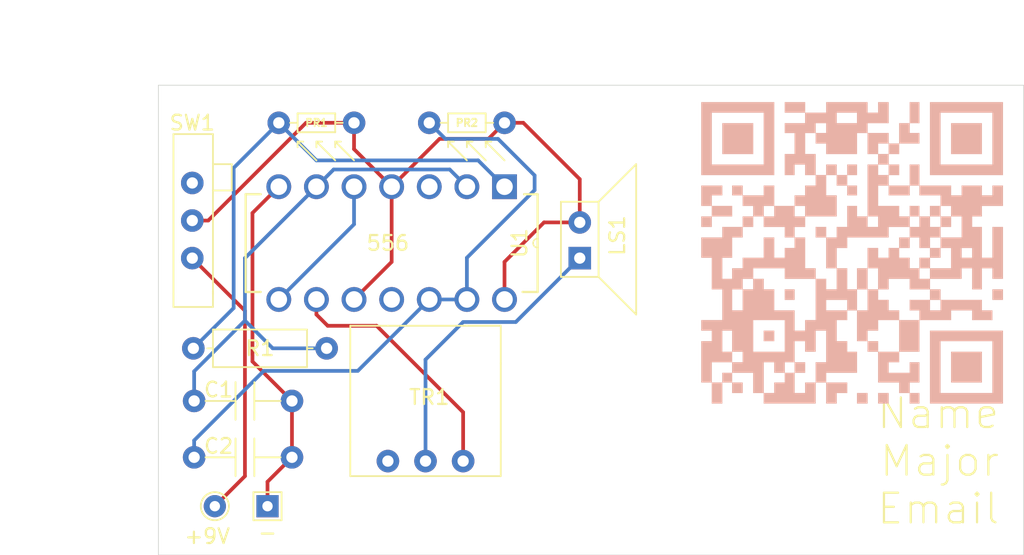
<source format=kicad_pcb>
(kicad_pcb (version 20171130) (host pcbnew "(5.1.10)-1")

  (general
    (thickness 1.6)
    (drawings 6)
    (tracks 62)
    (zones 0)
    (modules 12)
    (nets 12)
  )

  (page A4)
  (layers
    (0 F.Cu signal)
    (31 B.Cu signal)
    (32 B.Adhes user)
    (33 F.Adhes user)
    (34 B.Paste user)
    (35 F.Paste user)
    (36 B.SilkS user)
    (37 F.SilkS user)
    (38 B.Mask user)
    (39 F.Mask user)
    (40 Dwgs.User user)
    (41 Cmts.User user)
    (42 Eco1.User user)
    (43 Eco2.User user)
    (44 Edge.Cuts user)
    (45 Margin user)
    (46 B.CrtYd user)
    (47 F.CrtYd user)
    (48 B.Fab user)
    (49 F.Fab user)
  )

  (setup
    (last_trace_width 0.25)
    (trace_clearance 0.2)
    (zone_clearance 0.508)
    (zone_45_only no)
    (trace_min 0.2)
    (via_size 0.8)
    (via_drill 0.4)
    (via_min_size 0.4)
    (via_min_drill 0.3)
    (uvia_size 0.3)
    (uvia_drill 0.1)
    (uvias_allowed no)
    (uvia_min_size 0.2)
    (uvia_min_drill 0.1)
    (edge_width 0.05)
    (segment_width 0.2)
    (pcb_text_width 0.3)
    (pcb_text_size 1.5 1.5)
    (mod_edge_width 0.12)
    (mod_text_size 1 1)
    (mod_text_width 0.15)
    (pad_size 1.524 1.524)
    (pad_drill 0.762)
    (pad_to_mask_clearance 0)
    (aux_axis_origin 0 0)
    (visible_elements 7FFFFFFF)
    (pcbplotparams
      (layerselection 0x010fc_ffffffff)
      (usegerberextensions false)
      (usegerberattributes true)
      (usegerberadvancedattributes true)
      (creategerberjobfile true)
      (excludeedgelayer true)
      (linewidth 0.100000)
      (plotframeref false)
      (viasonmask false)
      (mode 1)
      (useauxorigin false)
      (hpglpennumber 1)
      (hpglpenspeed 20)
      (hpglpendiameter 15.000000)
      (psnegative false)
      (psa4output false)
      (plotreference true)
      (plotvalue true)
      (plotinvisibletext false)
      (padsonsilk false)
      (subtractmaskfromsilk false)
      (outputformat 1)
      (mirror false)
      (drillshape 1)
      (scaleselection 1)
      (outputdirectory ""))
  )

  (net 0 "")
  (net 1 "Net-(C1-Pad1)")
  (net 2 GND)
  (net 3 "Net-(C2-Pad1)")
  (net 4 +BATT)
  (net 5 "Net-(LS1-Pad2)")
  (net 6 "Net-(PR1-Pad2)")
  (net 7 "Net-(TR1-Pad1)")
  (net 8 "Net-(TR1-Pad3)")
  (net 9 "Net-(U1-Pad3)")
  (net 10 "Net-(U1-Pad5)")
  (net 11 "Net-(U1-Pad11)")

  (net_class Default "This is the default net class."
    (clearance 0.2)
    (trace_width 0.25)
    (via_dia 0.8)
    (via_drill 0.4)
    (uvia_dia 0.3)
    (uvia_drill 0.1)
    (add_net +BATT)
    (add_net GND)
    (add_net "Net-(C1-Pad1)")
    (add_net "Net-(C2-Pad1)")
    (add_net "Net-(LS1-Pad2)")
    (add_net "Net-(PR1-Pad2)")
    (add_net "Net-(TR1-Pad1)")
    (add_net "Net-(TR1-Pad3)")
    (add_net "Net-(U1-Pad11)")
    (add_net "Net-(U1-Pad3)")
    (add_net "Net-(U1-Pad5)")
  )

  (module QR_CODE:qrcode_github (layer F.Cu) (tedit 60D21128) (tstamp 60D27204)
    (at 166.37 101.6)
    (fp_text reference G*** (at 0.127 9.271 180) (layer B.SilkS) hide
      (effects (font (size 1.524 1.524) (thickness 0.3)) (justify mirror))
    )
    (fp_text value LOGO (at -0.623 9.271 180) (layer B.SilkS) hide
      (effects (font (size 1.524 1.524) (thickness 0.3)) (justify mirror))
    )
    (fp_poly (pts (xy -8.6614 -6.2738) (xy -6.5786 -6.2738) (xy -6.5786 -8.3566) (xy -8.6614 -8.3566)
      (xy -8.6614 -6.2738)) (layer B.SilkS) (width 0.01))
    (fp_poly (pts (xy 6.7818 -6.2738) (xy 8.8646 -6.2738) (xy 8.8646 -8.3566) (xy 6.7818 -8.3566)
      (xy 6.7818 -6.2738)) (layer B.SilkS) (width 0.01))
    (fp_poly (pts (xy -5.8674 6.3754) (xy -5.1562 6.3754) (xy -5.1562 5.6642) (xy -5.8674 5.6642)
      (xy -5.8674 6.3754)) (layer B.SilkS) (width 0.01))
    (fp_poly (pts (xy -1.651 -4.8514) (xy -0.9398 -4.8514) (xy -0.9398 -5.5626) (xy -1.651 -5.5626)
      (xy -1.651 -4.8514)) (layer B.SilkS) (width 0.01))
    (fp_poly (pts (xy -0.2286 -4.8514) (xy 0.4318 -4.8514) (xy 0.4318 -5.5626) (xy -0.2286 -5.5626)
      (xy -0.2286 -4.8514)) (layer B.SilkS) (width 0.01))
    (fp_poly (pts (xy -0.9398 -4.1402) (xy -0.2286 -4.1402) (xy -0.2286 -4.8514) (xy -0.9398 -4.8514)
      (xy -0.9398 -4.1402)) (layer B.SilkS) (width 0.01))
    (fp_poly (pts (xy -0.2286 -3.4798) (xy 0.4318 -3.4798) (xy 0.4318 -4.1402) (xy -0.2286 -4.1402)
      (xy -0.2286 -3.4798)) (layer B.SilkS) (width 0.01))
    (fp_poly (pts (xy -2.3622 -0.635) (xy -1.651 -0.635) (xy -1.651 -1.3462) (xy -2.3622 -1.3462)
      (xy -2.3622 -0.635)) (layer B.SilkS) (width 0.01))
    (fp_poly (pts (xy 4.6482 -2.0574) (xy 4.6482 -1.3462) (xy 3.9878 -1.3462) (xy 3.9878 -0.635)
      (xy 4.6482 -0.635) (xy 4.6482 0.0762) (xy 5.3594 0.0762) (xy 5.3594 -0.635)
      (xy 6.0706 -0.635) (xy 6.0706 -1.3462) (xy 6.7818 -1.3462) (xy 6.7818 -2.0574)
      (xy 6.0706 -2.0574) (xy 6.0706 -1.3462) (xy 5.3594 -1.3462) (xy 5.3594 -2.0574)
      (xy 6.0706 -2.0574) (xy 6.0706 -2.7686) (xy 5.3594 -2.7686) (xy 5.3594 -2.0574)
      (xy 4.6482 -2.0574)) (layer B.SilkS) (width 0.01))
    (fp_poly (pts (xy 3.9878 -2.0574) (xy 4.6482 -2.0574) (xy 4.6482 -2.7686) (xy 3.9878 -2.7686)
      (xy 3.9878 -2.0574)) (layer B.SilkS) (width 0.01))
    (fp_poly (pts (xy 3.2766 0.0762) (xy 3.9878 0.0762) (xy 3.9878 -0.635) (xy 3.2766 -0.635)
      (xy 3.2766 0.0762)) (layer B.SilkS) (width 0.01))
    (fp_poly (pts (xy 5.3594 0.7366) (xy 6.0706 0.7366) (xy 6.0706 0.0762) (xy 5.3594 0.0762)
      (xy 5.3594 0.7366)) (layer B.SilkS) (width 0.01))
    (fp_poly (pts (xy 4.6482 1.4478) (xy 5.3594 1.4478) (xy 5.3594 0.7366) (xy 4.6482 0.7366)
      (xy 4.6482 1.4478)) (layer B.SilkS) (width 0.01))
    (fp_poly (pts (xy 0.4318 2.8702) (xy 1.143 2.8702) (xy 1.143 1.4478) (xy 0.4318 1.4478)
      (xy 0.4318 2.8702)) (layer B.SilkS) (width 0.01))
    (fp_poly (pts (xy -4.445 3.5814) (xy -3.7846 3.5814) (xy -3.7846 2.8702) (xy -4.445 2.8702)
      (xy -4.445 3.5814)) (layer B.SilkS) (width 0.01))
    (fp_poly (pts (xy -3.7846 8.509) (xy -3.0734 8.509) (xy -3.0734 7.7978) (xy -3.7846 7.7978)
      (xy -3.7846 8.509)) (layer B.SilkS) (width 0.01))
    (fp_poly (pts (xy 6.7818 9.1694) (xy 8.8646 9.1694) (xy 8.8646 7.0866) (xy 6.7818 7.0866)
      (xy 6.7818 9.1694)) (layer B.SilkS) (width 0.01))
    (fp_poly (pts (xy -10.0838 -4.8514) (xy -5.1562 -4.8514) (xy -5.1562 -9.0678) (xy -5.8674 -9.0678)
      (xy -5.8674 -5.5626) (xy -9.3726 -5.5626) (xy -9.3726 -9.0678) (xy -5.8674 -9.0678)
      (xy -5.1562 -9.0678) (xy -5.1562 -9.779) (xy -10.0838 -9.779) (xy -10.0838 -4.8514)) (layer B.SilkS) (width 0.01))
    (fp_poly (pts (xy 5.3594 -4.8514) (xy 10.287 -4.8514) (xy 10.287 -9.0678) (xy 9.5758 -9.0678)
      (xy 9.5758 -5.5626) (xy 6.0706 -5.5626) (xy 6.0706 -9.0678) (xy 9.5758 -9.0678)
      (xy 10.287 -9.0678) (xy 10.287 -9.779) (xy 5.3594 -9.779) (xy 5.3594 -4.8514)) (layer B.SilkS) (width 0.01))
    (fp_poly (pts (xy -10.0838 -2.7686) (xy -9.3726 -2.7686) (xy -9.3726 -3.4798) (xy -8.6614 -3.4798)
      (xy -8.6614 -4.1402) (xy -10.0838 -4.1402) (xy -10.0838 -2.7686)) (layer B.SilkS) (width 0.01))
    (fp_poly (pts (xy -9.3726 -2.0574) (xy -8.001 -2.0574) (xy -8.001 -2.7686) (xy -9.3726 -2.7686)
      (xy -9.3726 -2.0574)) (layer B.SilkS) (width 0.01))
    (fp_poly (pts (xy -10.0838 -1.3462) (xy -9.3726 -1.3462) (xy -9.3726 -2.0574) (xy -10.0838 -2.0574)
      (xy -10.0838 -1.3462)) (layer B.SilkS) (width 0.01))
    (fp_poly (pts (xy 9.5758 3.5814) (xy 10.287 3.5814) (xy 10.287 2.8702) (xy 9.5758 2.8702)
      (xy 9.5758 3.5814)) (layer B.SilkS) (width 0.01))
    (fp_poly (pts (xy 0.4318 10.5918) (xy 1.143 10.5918) (xy 1.143 9.8806) (xy 0.4318 9.8806)
      (xy 0.4318 10.5918)) (layer B.SilkS) (width 0.01))
    (fp_poly (pts (xy 1.8542 10.5918) (xy 2.5654 10.5918) (xy 2.5654 9.8806) (xy 1.8542 9.8806)
      (xy 1.8542 10.5918)) (layer B.SilkS) (width 0.01))
    (fp_poly (pts (xy -8.001 8.509) (xy -6.5786 8.509) (xy -6.5786 9.8806) (xy -5.8674 9.8806)
      (xy -5.8674 10.5918) (xy -2.3622 10.5918) (xy -2.3622 9.1694) (xy -1.651 9.1694)
      (xy -1.651 8.509) (xy 0.4318 8.509) (xy 0.4318 7.0866) (xy -0.2286 7.0866)
      (xy -0.2286 6.3754) (xy -0.9398 6.3754) (xy -0.9398 5.6642) (xy -1.651 5.6642)
      (xy -1.651 7.7978) (xy -2.3622 7.7978) (xy -2.3622 9.1694) (xy -3.0734 9.1694)
      (xy -3.0734 9.8806) (xy -3.7846 9.8806) (xy -3.7846 8.509) (xy -4.445 8.509)
      (xy -4.445 9.1694) (xy -5.1562 9.1694) (xy -5.1562 9.8806) (xy -5.8674 9.8806)
      (xy -5.8674 7.7978) (xy -5.1562 7.7978) (xy -5.1562 8.509) (xy -4.445 8.509)
      (xy -4.445 7.7978) (xy -3.7846 7.7978) (xy -3.7846 6.3754) (xy -3.0734 6.3754)
      (xy -3.0734 7.0866) (xy -2.3622 7.0866) (xy -2.3622 5.6642) (xy -1.651 5.6642)
      (xy -0.9398 5.6642) (xy -0.9398 4.953) (xy -0.2286 4.953) (xy -0.2286 4.2926)
      (xy 0.4318 4.2926) (xy 0.4318 6.3754) (xy 1.143 6.3754) (xy 1.143 7.0866)
      (xy 1.8542 7.0866) (xy 1.8542 9.1694) (xy 3.2766 9.1694) (xy 3.2766 9.8806)
      (xy 3.9878 9.8806) (xy 3.9878 9.1694) (xy 4.6482 9.1694) (xy 4.6482 7.7978)
      (xy 3.9878 7.7978) (xy 3.9878 8.509) (xy 2.5654 8.509) (xy 2.5654 7.7978)
      (xy 3.2766 7.7978) (xy 3.2766 7.0866) (xy 4.6482 7.0866) (xy 4.6482 4.953)
      (xy 6.7818 4.953) (xy 6.7818 4.2926) (xy 8.2042 4.2926) (xy 8.2042 4.953)
      (xy 9.5758 4.953) (xy 9.5758 4.2926) (xy 8.8646 4.2926) (xy 8.8646 3.5814)
      (xy 6.0706 3.5814) (xy 6.0706 4.2926) (xy 5.3594 4.2926) (xy 5.3594 3.5814)
      (xy 6.0706 3.5814) (xy 6.0706 2.8702) (xy 5.3594 2.8702) (xy 5.3594 3.5814)
      (xy 3.9878 3.5814) (xy 3.9878 4.2926) (xy 4.6482 4.2926) (xy 4.6482 4.953)
      (xy 3.2766 4.953) (xy 3.2766 7.0866) (xy 1.8542 7.0866) (xy 1.8542 6.3754)
      (xy 1.143 6.3754) (xy 1.143 5.6642) (xy 1.8542 5.6642) (xy 1.8542 4.953)
      (xy 3.2766 4.953) (xy 3.2766 4.2926) (xy 2.5654 4.2926) (xy 2.5654 3.5814)
      (xy 1.8542 3.5814) (xy 1.8542 2.8702) (xy 2.5654 2.8702) (xy 2.5654 2.159)
      (xy 3.9878 2.159) (xy 3.9878 2.8702) (xy 5.3594 2.8702) (xy 5.3594 2.159)
      (xy 7.493 2.159) (xy 7.493 1.4478) (xy 8.2042 1.4478) (xy 8.2042 2.8702)
      (xy 8.8646 2.8702) (xy 8.8646 1.4478) (xy 9.5758 1.4478) (xy 9.5758 2.159)
      (xy 10.287 2.159) (xy 10.287 -1.3462) (xy 9.5758 -1.3462) (xy 9.5758 0.7366)
      (xy 8.8646 0.7366) (xy 8.8646 0.0762) (xy 8.2042 0.0762) (xy 8.2042 0.7366)
      (xy 7.493 0.7366) (xy 7.493 0.0762) (xy 8.2042 0.0762) (xy 8.8646 0.0762)
      (xy 8.8646 -1.3462) (xy 8.2042 -1.3462) (xy 8.2042 -2.0574) (xy 7.493 -2.0574)
      (xy 7.493 -0.635) (xy 6.0706 -0.635) (xy 6.0706 0.0762) (xy 6.7818 0.0762)
      (xy 6.7818 1.4478) (xy 5.3594 1.4478) (xy 5.3594 2.159) (xy 4.6482 2.159)
      (xy 4.6482 1.4478) (xy 3.9878 1.4478) (xy 3.9878 0.7366) (xy 3.2766 0.7366)
      (xy 3.2766 0.0762) (xy 2.5654 0.0762) (xy 2.5654 0.7366) (xy 1.8542 0.7366)
      (xy 1.8542 0.0762) (xy 1.143 0.0762) (xy 1.143 1.4478) (xy 1.8542 1.4478)
      (xy 1.8542 2.8702) (xy 1.143 2.8702) (xy 1.143 4.2926) (xy 0.4318 4.2926)
      (xy 0.4318 3.5814) (xy -0.2286 3.5814) (xy -0.2286 4.2926) (xy -1.651 4.2926)
      (xy -1.651 3.5814) (xy -0.2286 3.5814) (xy 0.4318 3.5814) (xy 0.4318 2.8702)
      (xy -0.2286 2.8702) (xy -0.2286 1.4478) (xy -0.9398 1.4478) (xy -0.9398 0.0762)
      (xy -0.2286 0.0762) (xy -0.2286 -0.635) (xy 2.5654 -0.635) (xy 2.5654 -1.3462)
      (xy 3.9878 -1.3462) (xy 3.9878 -2.0574) (xy 3.2766 -2.0574) (xy 1.8542 -2.0574)
      (xy 1.8542 -1.3462) (xy 1.143 -1.3462) (xy 1.143 -2.0574) (xy 1.8542 -2.0574)
      (xy 3.2766 -2.0574) (xy 3.2766 -2.7686) (xy 1.8542 -2.7686) (xy 1.8542 -4.1402)
      (xy 2.5654 -4.1402) (xy 2.5654 -3.4798) (xy 3.9878 -3.4798) (xy 3.9878 -4.1402)
      (xy 4.6482 -4.1402) (xy 4.6482 -3.4798) (xy 6.0706 -3.4798) (xy 6.0706 -2.7686)
      (xy 6.7818 -2.7686) (xy 6.7818 -2.0574) (xy 7.493 -2.0574) (xy 8.2042 -2.0574)
      (xy 8.8646 -2.0574) (xy 8.8646 -2.7686) (xy 10.287 -2.7686) (xy 10.287 -4.1402)
      (xy 9.5758 -4.1402) (xy 9.5758 -3.4798) (xy 8.8646 -3.4798) (xy 8.8646 -4.1402)
      (xy 7.493 -4.1402) (xy 7.493 -3.4798) (xy 6.7818 -3.4798) (xy 6.7818 -4.1402)
      (xy 4.6482 -4.1402) (xy 4.6482 -5.5626) (xy 3.9878 -5.5626) (xy 3.9878 -4.1402)
      (xy 2.5654 -4.1402) (xy 2.5654 -4.8514) (xy 3.2766 -4.8514) (xy 3.2766 -5.5626)
      (xy 2.5654 -5.5626) (xy 2.5654 -4.8514) (xy 1.8542 -4.8514) (xy 1.8542 -5.5626)
      (xy 2.5654 -5.5626) (xy 2.5654 -6.2738) (xy 3.2766 -6.2738) (xy 3.2766 -6.985)
      (xy 2.5654 -6.985) (xy 2.5654 -6.2738) (xy 1.8542 -6.2738) (xy 1.8542 -5.5626)
      (xy 1.143 -5.5626) (xy 1.143 -2.0574) (xy 0.4318 -2.0574) (xy 0.4318 -2.7686)
      (xy -0.2286 -2.7686) (xy -0.2286 -1.3462) (xy -0.9398 -1.3462) (xy -0.9398 -0.635)
      (xy -1.651 -0.635) (xy -1.651 1.4478) (xy -0.9398 1.4478) (xy -0.9398 2.8702)
      (xy -1.651 2.8702) (xy -1.651 2.159) (xy -2.3622 2.159) (xy -2.3622 4.953)
      (xy -3.0734 4.953) (xy -3.0734 5.6642) (xy -3.7846 5.6642) (xy -3.7846 4.953)
      (xy -4.445 4.953) (xy -4.445 7.0866) (xy -6.5786 7.0866) (xy -7.2898 7.0866)
      (xy -7.2898 7.7978) (xy -8.001 7.7978) (xy -8.001 8.509) (xy -8.6614 8.509)
      (xy -8.6614 9.1694) (xy -9.3726 9.1694) (xy -9.3726 7.7978) (xy -8.001 7.7978)
      (xy -8.001 7.0866) (xy -7.2898 7.0866) (xy -6.5786 7.0866) (xy -6.5786 5.6642)
      (xy -8.001 5.6642) (xy -8.001 7.0866) (xy -8.6614 7.0866) (xy -8.6614 5.6642)
      (xy -8.001 5.6642) (xy -6.5786 5.6642) (xy -6.5786 4.953) (xy -4.445 4.953)
      (xy -3.7846 4.953) (xy -3.7846 4.2926) (xy -5.1562 4.2926) (xy -5.1562 2.8702)
      (xy -5.8674 2.8702) (xy -5.8674 2.159) (xy -6.5786 2.159) (xy -6.5786 2.8702)
      (xy -7.2898 2.8702) (xy -7.2898 4.2926) (xy -8.001 4.2926) (xy -8.001 2.8702)
      (xy -7.2898 2.8702) (xy -7.2898 2.159) (xy -6.5786 2.159) (xy -6.5786 1.4478)
      (xy -4.445 1.4478) (xy -4.445 2.159) (xy -2.3622 2.159) (xy -2.3622 1.4478)
      (xy -3.0734 1.4478) (xy -3.0734 -0.635) (xy -3.7846 -0.635) (xy -3.7846 0.0762)
      (xy -4.445 0.0762) (xy -4.445 0.7366) (xy -5.1562 0.7366) (xy -5.1562 -0.635)
      (xy -5.8674 -0.635) (xy -5.8674 0.7366) (xy -7.2898 0.7366) (xy -7.2898 1.4478)
      (xy -8.001 1.4478) (xy -8.001 2.159) (xy -8.6614 2.159) (xy -8.6614 0.7366)
      (xy -8.001 0.7366) (xy -8.001 -0.635) (xy -7.2898 -0.635) (xy -7.2898 -1.3462)
      (xy -6.5786 -1.3462) (xy -6.5786 -2.0574) (xy -5.8674 -2.0574) (xy -5.8674 -1.3462)
      (xy -4.445 -1.3462) (xy -4.445 -0.635) (xy -3.7846 -0.635) (xy -3.7846 -1.3462)
      (xy -3.0734 -1.3462) (xy -3.0734 -2.0574) (xy -0.9398 -2.0574) (xy -0.9398 -2.7686)
      (xy -3.0734 -2.7686) (xy -3.0734 -2.0574) (xy -3.7846 -2.0574) (xy -3.7846 -2.7686)
      (xy -3.0734 -2.7686) (xy -0.9398 -2.7686) (xy -0.9398 -3.4798) (xy -1.651 -3.4798)
      (xy -1.651 -4.8514) (xy -2.3622 -4.8514) (xy -2.3622 -6.2738) (xy -3.0734 -6.2738)
      (xy -3.0734 -7.6962) (xy -2.3622 -7.6962) (xy -2.3622 -6.985) (xy -1.651 -6.985)
      (xy -1.651 -6.2738) (xy 0.4318 -6.2738) (xy 0.4318 -7.6962) (xy 1.143 -7.6962)
      (xy 1.143 -6.2738) (xy 1.8542 -6.2738) (xy 1.8542 -6.985) (xy 2.5654 -6.985)
      (xy 2.5654 -7.6962) (xy 1.143 -7.6962) (xy 1.143 -8.3566) (xy 2.5654 -8.3566)
      (xy 2.5654 -9.779) (xy 1.8542 -9.779) (xy 1.8542 -9.0678) (xy 1.143 -9.0678)
      (xy 0.4318 -9.0678) (xy 0.4318 -8.3566) (xy -0.9398 -8.3566) (xy -1.651 -8.3566)
      (xy -1.651 -7.6962) (xy -2.3622 -7.6962) (xy -2.3622 -8.3566) (xy -1.651 -8.3566)
      (xy -0.9398 -8.3566) (xy -0.9398 -9.0678) (xy 0.4318 -9.0678) (xy 1.143 -9.0678)
      (xy 1.143 -9.779) (xy -1.651 -9.779) (xy -1.651 -9.0678) (xy -3.0734 -9.0678)
      (xy -3.0734 -8.3566) (xy -4.445 -8.3566) (xy -4.445 -7.6962) (xy -3.7846 -7.6962)
      (xy -3.7846 -6.2738) (xy -4.445 -6.2738) (xy -4.445 -4.8514) (xy -3.7846 -4.8514)
      (xy -3.7846 -5.5626) (xy -3.0734 -5.5626) (xy -3.0734 -4.8514) (xy -2.3622 -4.8514)
      (xy -2.3622 -4.1402) (xy -3.0734 -4.1402) (xy -3.0734 -3.4798) (xy -3.7846 -3.4798)
      (xy -3.7846 -2.7686) (xy -5.1562 -2.7686) (xy -5.1562 -2.0574) (xy -5.8674 -2.0574)
      (xy -5.8674 -2.7686) (xy -5.1562 -2.7686) (xy -5.1562 -4.1402) (xy -5.8674 -4.1402)
      (xy -5.8674 -3.4798) (xy -7.2898 -3.4798) (xy -7.2898 -2.7686) (xy -6.5786 -2.7686)
      (xy -6.5786 -2.0574) (xy -7.2898 -2.0574) (xy -7.2898 -1.3462) (xy -8.6614 -1.3462)
      (xy -8.6614 -0.635) (xy -10.0838 -0.635) (xy -10.0838 0.7366) (xy -9.3726 0.7366)
      (xy -9.3726 2.8702) (xy -8.6614 2.8702) (xy -8.6614 4.953) (xy -10.0838 4.953)
      (xy -10.0838 5.6642) (xy -9.3726 5.6642) (xy -9.3726 6.3754) (xy -10.0838 6.3754)
      (xy -10.0838 9.1694) (xy -9.3726 9.1694) (xy -9.3726 10.5918) (xy -8.6614 10.5918)
      (xy -8.6614 9.1694) (xy -8.001 9.1694) (xy -8.001 8.509)) (layer B.SilkS) (width 0.01))
    (fp_poly (pts (xy -8.001 9.8806) (xy -7.2898 9.8806) (xy -7.2898 9.1694) (xy -8.001 9.1694)
      (xy -8.001 9.8806)) (layer B.SilkS) (width 0.01))
    (fp_poly (pts (xy -1.651 10.5918) (xy -0.9398 10.5918) (xy -0.9398 9.8806) (xy -0.2286 9.8806)
      (xy -0.2286 9.1694) (xy -1.651 9.1694) (xy -1.651 10.5918)) (layer B.SilkS) (width 0.01))
    (fp_poly (pts (xy -4.445 -9.0678) (xy -3.0734 -9.0678) (xy -3.0734 -9.779) (xy -4.445 -9.779)
      (xy -4.445 -9.0678)) (layer B.SilkS) (width 0.01))
    (fp_poly (pts (xy 3.9878 -8.3566) (xy 4.6482 -8.3566) (xy 4.6482 -9.779) (xy 3.9878 -9.779)
      (xy 3.9878 -8.3566)) (layer B.SilkS) (width 0.01))
    (fp_poly (pts (xy 3.2766 -6.985) (xy 4.6482 -6.985) (xy 4.6482 -7.6962) (xy 3.9878 -7.6962)
      (xy 3.9878 -8.3566) (xy 3.2766 -8.3566) (xy 3.2766 -6.985)) (layer B.SilkS) (width 0.01))
    (fp_poly (pts (xy -8.001 -3.4798) (xy -7.2898 -3.4798) (xy -7.2898 -4.1402) (xy -8.001 -4.1402)
      (xy -8.001 -3.4798)) (layer B.SilkS) (width 0.01))
    (fp_poly (pts (xy 3.9878 10.5918) (xy 4.6482 10.5918) (xy 4.6482 9.8806) (xy 3.9878 9.8806)
      (xy 3.9878 10.5918)) (layer B.SilkS) (width 0.01))
    (fp_poly (pts (xy 5.3594 10.5918) (xy 10.287 10.5918) (xy 10.287 6.3754) (xy 9.5758 6.3754)
      (xy 9.5758 9.8806) (xy 6.0706 9.8806) (xy 6.0706 6.3754) (xy 9.5758 6.3754)
      (xy 10.287 6.3754) (xy 10.287 5.6642) (xy 5.3594 5.6642) (xy 5.3594 10.5918)) (layer B.SilkS) (width 0.01))
  )

  (module slide_switch_general:slide_switch_general (layer F.Cu) (tedit 60D1279E) (tstamp 60D27393)
    (at 121.92 99.822 270)
    (fp_text reference SW1 (at -6.604 0 unlocked) (layer F.SilkS)
      (effects (font (size 1 1) (thickness 0.15)))
    )
    (fp_text value slide_switch_general (at -7.112 2.413 90) (layer F.Fab)
      (effects (font (size 1 1) (thickness 0.15)))
    )
    (fp_line (start -5.842 -1.397) (end -5.842 1.27) (layer F.SilkS) (width 0.12))
    (fp_line (start -5.842 1.27) (end 4.953 1.27) (layer F.SilkS) (width 0.12))
    (fp_line (start 4.826 -1.397) (end 4.953 -1.397) (layer F.SilkS) (width 0.12))
    (fp_line (start 4.826 -1.397) (end -5.842 -1.397) (layer F.SilkS) (width 0.12))
    (fp_line (start 5.842 -1.397) (end 5.842 1.27) (layer F.SilkS) (width 0.12))
    (fp_line (start 4.953 -1.397) (end 5.842 -1.397) (layer F.SilkS) (width 0.12))
    (fp_line (start 4.953 1.27) (end 5.842 1.27) (layer F.SilkS) (width 0.12))
    (fp_line (start -3.81 -1.397) (end -3.81 -2.667) (layer F.SilkS) (width 0.12))
    (fp_line (start -3.81 -2.667) (end -2.032 -2.667) (layer F.SilkS) (width 0.12))
    (fp_line (start -2.032 -2.667) (end -2.032 -1.397) (layer F.SilkS) (width 0.12))
    (pad 3 thru_hole circle (at 2.54 0 270) (size 1.524 1.524) (drill 0.762) (layers *.Cu *.Mask)
      (net 4 +BATT))
    (pad 2 thru_hole circle (at 0 0 270) (size 1.524 1.524) (drill 0.762) (layers *.Cu *.Mask)
      (net 4 +BATT))
    (pad 1 thru_hole circle (at -2.54 0 270) (size 1.524 1.524) (drill 0.762) (layers *.Cu *.Mask))
  )

  (module TestPoint:TestPoint_THTPad_D1.5mm_Drill0.7mm (layer F.Cu) (tedit 60D0FC12) (tstamp 60D142DB)
    (at 123.444 119.126)
    (descr "THT pad as test Point, diameter 1.5mm, hole diameter 0.7mm")
    (tags "test point THT pad")
    (attr virtual)
    (fp_text reference +9V (at -0.508 2.032 unlocked) (layer F.SilkS)
      (effects (font (size 1 1) (thickness 0.15)))
    )
    (fp_text value TestPoint_THTPad_D1.5mm_Drill0.7mm (at 0 1.75) (layer F.Fab)
      (effects (font (size 1 1) (thickness 0.15)))
    )
    (fp_circle (center 0 0) (end 1.25 0) (layer F.CrtYd) (width 0.05))
    (fp_circle (center 0 0) (end 0 0.95) (layer F.SilkS) (width 0.12))
    (fp_text user %R (at 0 -1.65) (layer F.Fab)
      (effects (font (size 1 1) (thickness 0.15)))
    )
    (pad 1 thru_hole circle (at 0 0) (size 1.5 1.5) (drill 0.7) (layers *.Cu *.Mask)
      (net 4 +BATT))
  )

  (module TestPoint:TestPoint_THTPad_1.5x1.5mm_Drill0.7mm (layer F.Cu) (tedit 60D0FC1A) (tstamp 60D14201)
    (at 127 119.126)
    (descr "THT rectangular pad as test Point, square 1.5mm side length, hole diameter 0.7mm")
    (tags "test point THT pad rectangle square")
    (attr virtual)
    (fp_text reference - (at 0 1.778 unlocked) (layer F.SilkS)
      (effects (font (size 1 1) (thickness 0.15)))
    )
    (fp_text value TestPoint_THTPad_1.5x1.5mm_Drill0.7mm (at 0 1.75) (layer F.Fab)
      (effects (font (size 1 1) (thickness 0.15)))
    )
    (fp_line (start -0.95 -0.95) (end 0.95 -0.95) (layer F.SilkS) (width 0.12))
    (fp_line (start 0.95 -0.95) (end 0.95 0.95) (layer F.SilkS) (width 0.12))
    (fp_line (start 0.95 0.95) (end -0.95 0.95) (layer F.SilkS) (width 0.12))
    (fp_line (start -0.95 0.95) (end -0.95 -0.95) (layer F.SilkS) (width 0.12))
    (fp_line (start -1.25 -1.25) (end 1.25 -1.25) (layer F.CrtYd) (width 0.05))
    (fp_line (start -1.25 -1.25) (end -1.25 1.25) (layer F.CrtYd) (width 0.05))
    (fp_line (start 1.25 1.25) (end 1.25 -1.25) (layer F.CrtYd) (width 0.05))
    (fp_line (start 1.25 1.25) (end -1.25 1.25) (layer F.CrtYd) (width 0.05))
    (fp_text user %R (at 0 -1.65) (layer F.Fab)
      (effects (font (size 1 1) (thickness 0.15)))
    )
    (pad 1 thru_hole rect (at 0 0) (size 1.5 1.5) (drill 0.7) (layers *.Cu *.Mask)
      (net 2 GND))
  )

  (module capacitor_general:c_gen (layer F.Cu) (tedit 60CCF810) (tstamp 60CDBA2F)
    (at 125.476 112.014)
    (path /60CD03D0)
    (fp_text reference C1 (at -1.778 -0.762) (layer F.SilkS)
      (effects (font (size 1 1) (thickness 0.15)))
    )
    (fp_text value c_gen (at -2.286 3.048) (layer F.Fab)
      (effects (font (size 1 1) (thickness 0.15)))
    )
    (fp_line (start 2.413 0) (end 0.635 0) (layer F.SilkS) (width 0.12))
    (fp_line (start -0.635 -1.27) (end -0.635 1.27) (layer F.SilkS) (width 0.12))
    (fp_line (start 0.635 -1.27) (end 0.635 1.27) (layer F.SilkS) (width 0.12))
    (fp_line (start -2.667 0) (end -0.635 0) (layer F.SilkS) (width 0.12))
    (pad 1 thru_hole circle (at -3.429 0) (size 1.524 1.524) (drill 0.762) (layers *.Cu *.Mask)
      (net 1 "Net-(C1-Pad1)"))
    (pad 2 thru_hole circle (at 3.175 0) (size 1.524 1.524) (drill 0.762) (layers *.Cu *.Mask)
      (net 2 GND))
  )

  (module capacitor_general:c_gen (layer F.Cu) (tedit 60CCF810) (tstamp 60CDBA39)
    (at 125.476 115.824)
    (path /60CD0E4A)
    (fp_text reference C2 (at -1.778 -0.762) (layer F.SilkS)
      (effects (font (size 1 1) (thickness 0.15)))
    )
    (fp_text value c_gen (at -2.286 3.048) (layer F.Fab)
      (effects (font (size 1 1) (thickness 0.15)))
    )
    (fp_line (start -2.667 0) (end -0.635 0) (layer F.SilkS) (width 0.12))
    (fp_line (start 0.635 -1.27) (end 0.635 1.27) (layer F.SilkS) (width 0.12))
    (fp_line (start -0.635 -1.27) (end -0.635 1.27) (layer F.SilkS) (width 0.12))
    (fp_line (start 2.413 0) (end 0.635 0) (layer F.SilkS) (width 0.12))
    (pad 2 thru_hole circle (at 3.175 0) (size 1.524 1.524) (drill 0.762) (layers *.Cu *.Mask)
      (net 2 GND))
    (pad 1 thru_hole circle (at -3.429 0) (size 1.524 1.524) (drill 0.762) (layers *.Cu *.Mask)
      (net 3 "Net-(C2-Pad1)"))
  )

  (module speaker_general:speaker_gen (layer F.Cu) (tedit 60CD0AB2) (tstamp 60CDBA46)
    (at 148.082 101.092 270)
    (path /60CE26E1)
    (fp_text reference LS1 (at -0.254 -2.54 90) (layer F.SilkS)
      (effects (font (size 1 1) (thickness 0.15)))
    )
    (fp_text value Speaker (at -4.572 1.659 90) (layer F.Fab)
      (effects (font (size 1 1) (thickness 0.15)))
    )
    (fp_line (start -2.54 1.27) (end 2.54 1.27) (layer F.SilkS) (width 0.12))
    (fp_line (start 2.54 1.27) (end 2.54 -1.27) (layer F.SilkS) (width 0.12))
    (fp_line (start 2.54 -1.27) (end -2.54 -1.27) (layer F.SilkS) (width 0.12))
    (fp_line (start -2.54 -1.27) (end -2.54 1.27) (layer F.SilkS) (width 0.12))
    (fp_line (start -2.54 -1.27) (end -5.08 -3.81) (layer F.SilkS) (width 0.12))
    (fp_line (start -5.08 -3.81) (end 5.08 -3.81) (layer F.SilkS) (width 0.12))
    (fp_line (start 5.08 -3.81) (end 2.54 -1.27) (layer F.SilkS) (width 0.12))
    (pad 1 thru_hole circle (at -1.143 0 270) (size 1.524 1.524) (drill 0.762) (layers *.Cu *.Mask)
      (net 4 +BATT))
    (pad 2 thru_hole rect (at 1.27 0 270) (size 1.524 1.524) (drill 0.762) (layers *.Cu *.Mask)
      (net 5 "Net-(LS1-Pad2)"))
  )

  (module resistor_general:photores_gen (layer F.Cu) (tedit 60CD19F1) (tstamp 60CDBA5D)
    (at 130.302 93.218 180)
    (path /60CE5E3E)
    (fp_text reference PR1 (at 0 0) (layer F.SilkS)
      (effects (font (size 0.5 0.5) (thickness 0.125)))
    )
    (fp_text value photores_gen (at -3.937 1.524) (layer F.Fab)
      (effects (font (size 1 1) (thickness 0.15)))
    )
    (fp_line (start -1.778 0) (end -1.27 0) (layer F.SilkS) (width 0.12))
    (fp_line (start 1.778 0) (end 1.27 0) (layer F.SilkS) (width 0.12))
    (fp_line (start -1.27 0) (end -1.27 -0.635) (layer F.SilkS) (width 0.12))
    (fp_line (start -1.27 -0.635) (end 1.27 -0.635) (layer F.SilkS) (width 0.12))
    (fp_line (start 1.27 -0.635) (end 1.27 0) (layer F.SilkS) (width 0.12))
    (fp_line (start -1.27 0) (end -1.27 0.635) (layer F.SilkS) (width 0.12))
    (fp_line (start -1.27 0.635) (end 1.27 0.635) (layer F.SilkS) (width 0.12))
    (fp_line (start 1.27 0.635) (end 1.27 0) (layer F.SilkS) (width 0.12))
    (fp_line (start -2.54 -2.54) (end -1.27 -1.27) (layer F.SilkS) (width 0.12))
    (fp_line (start -1.27 -1.27) (end -1.651 -1.27) (layer F.SilkS) (width 0.12))
    (fp_line (start -1.27 -1.27) (end -1.27 -1.651) (layer F.SilkS) (width 0.12))
    (fp_line (start 0 -1.27) (end 0 -1.651) (layer F.SilkS) (width 0.12))
    (fp_line (start -1.27 -2.54) (end 0 -1.27) (layer F.SilkS) (width 0.12))
    (fp_line (start 0 -1.27) (end -0.381 -1.27) (layer F.SilkS) (width 0.12))
    (fp_line (start 1.27 -1.27) (end 1.27 -1.651) (layer F.SilkS) (width 0.12))
    (fp_line (start 0 -2.54) (end 1.27 -1.27) (layer F.SilkS) (width 0.12))
    (fp_line (start 1.27 -1.27) (end 0.889 -1.27) (layer F.SilkS) (width 0.12))
    (pad 1 thru_hole circle (at -2.54 0 180) (size 1.524 1.524) (drill 0.762) (layers *.Cu *.Mask)
      (net 4 +BATT))
    (pad 2 thru_hole circle (at 2.54 0 180) (size 1.524 1.524) (drill 0.762) (layers *.Cu *.Mask)
      (net 6 "Net-(PR1-Pad2)"))
  )

  (module resistor_general:photores_gen (layer F.Cu) (tedit 60CD19F1) (tstamp 60CDBA74)
    (at 140.462 93.218 180)
    (path /60CE6517)
    (fp_text reference PR2 (at 0 0) (layer F.SilkS)
      (effects (font (size 0.5 0.5) (thickness 0.125)))
    )
    (fp_text value photores_gen (at -3.937 1.524) (layer F.Fab)
      (effects (font (size 1 1) (thickness 0.15)))
    )
    (fp_line (start 1.27 -1.27) (end 0.889 -1.27) (layer F.SilkS) (width 0.12))
    (fp_line (start 0 -2.54) (end 1.27 -1.27) (layer F.SilkS) (width 0.12))
    (fp_line (start 1.27 -1.27) (end 1.27 -1.651) (layer F.SilkS) (width 0.12))
    (fp_line (start 0 -1.27) (end -0.381 -1.27) (layer F.SilkS) (width 0.12))
    (fp_line (start -1.27 -2.54) (end 0 -1.27) (layer F.SilkS) (width 0.12))
    (fp_line (start 0 -1.27) (end 0 -1.651) (layer F.SilkS) (width 0.12))
    (fp_line (start -1.27 -1.27) (end -1.27 -1.651) (layer F.SilkS) (width 0.12))
    (fp_line (start -1.27 -1.27) (end -1.651 -1.27) (layer F.SilkS) (width 0.12))
    (fp_line (start -2.54 -2.54) (end -1.27 -1.27) (layer F.SilkS) (width 0.12))
    (fp_line (start 1.27 0.635) (end 1.27 0) (layer F.SilkS) (width 0.12))
    (fp_line (start -1.27 0.635) (end 1.27 0.635) (layer F.SilkS) (width 0.12))
    (fp_line (start -1.27 0) (end -1.27 0.635) (layer F.SilkS) (width 0.12))
    (fp_line (start 1.27 -0.635) (end 1.27 0) (layer F.SilkS) (width 0.12))
    (fp_line (start -1.27 -0.635) (end 1.27 -0.635) (layer F.SilkS) (width 0.12))
    (fp_line (start -1.27 0) (end -1.27 -0.635) (layer F.SilkS) (width 0.12))
    (fp_line (start 1.778 0) (end 1.27 0) (layer F.SilkS) (width 0.12))
    (fp_line (start -1.778 0) (end -1.27 0) (layer F.SilkS) (width 0.12))
    (pad 2 thru_hole circle (at 2.54 0 180) (size 1.524 1.524) (drill 0.762) (layers *.Cu *.Mask)
      (net 3 "Net-(C2-Pad1)"))
    (pad 1 thru_hole circle (at -2.54 0 180) (size 1.524 1.524) (drill 0.762) (layers *.Cu *.Mask)
      (net 4 +BATT))
  )

  (module resistor_general:r_gen (layer F.Cu) (tedit 60CA1B08) (tstamp 60CDBA80)
    (at 126.492 108.458)
    (path /60CCF700)
    (fp_text reference R1 (at 0 0) (layer F.SilkS)
      (effects (font (size 1 1) (thickness 0.15)))
    )
    (fp_text value r_gen (at 2.54 1.905) (layer F.Fab)
      (effects (font (size 1 1) (thickness 0.15)))
    )
    (fp_line (start -3.175 0) (end -3.556 0) (layer F.SilkS) (width 0.12))
    (fp_line (start 3.556 0) (end 3.175 0) (layer F.SilkS) (width 0.12))
    (fp_line (start -3.175 -1.27) (end 3.175 -1.27) (layer F.SilkS) (width 0.12))
    (fp_line (start 3.175 -1.27) (end 3.175 1.27) (layer F.SilkS) (width 0.12))
    (fp_line (start 3.175 1.27) (end -3.175 1.27) (layer F.SilkS) (width 0.12))
    (fp_line (start -3.175 1.27) (end -3.175 -1.27) (layer F.SilkS) (width 0.12))
    (pad 1 thru_hole circle (at -4.5 0) (size 1.524 1.524) (drill 0.762) (layers *.Cu *.Mask)
      (net 6 "Net-(PR1-Pad2)"))
    (pad 2 thru_hole circle (at 4.5 0) (size 1.524 1.524) (drill 0.762) (layers *.Cu *.Mask)
      (net 1 "Net-(C1-Pad1)"))
  )

  (module resistor_general:trimpot_gen (layer F.Cu) (tedit 60CD1C5D) (tstamp 60CDBA93)
    (at 137.668 117.094)
    (path /60CEFBB6)
    (fp_text reference TR1 (at 0.254 -5.334) (layer F.SilkS)
      (effects (font (size 1 1) (thickness 0.15)))
    )
    (fp_text value trimpot_gen (at -4.445 1.016) (layer F.Fab)
      (effects (font (size 1 1) (thickness 0.15)))
    )
    (fp_line (start -2.54 0) (end 2.794 0) (layer F.SilkS) (width 0.12))
    (fp_line (start 2.794 0) (end 5.08 0) (layer F.SilkS) (width 0.12))
    (fp_line (start -2.54 0) (end -5.08 0) (layer F.SilkS) (width 0.12))
    (fp_line (start -5.08 -2.286) (end -5.08 0) (layer F.SilkS) (width 0.12))
    (fp_line (start -5.08 -7.62) (end -5.08 -2.286) (layer F.SilkS) (width 0.12))
    (fp_line (start -5.08 -7.62) (end -5.08 -10.16) (layer F.SilkS) (width 0.12))
    (fp_line (start 2.794 -10.16) (end 5.08 -10.16) (layer F.SilkS) (width 0.12))
    (fp_line (start -2.54 -10.16) (end 2.794 -10.16) (layer F.SilkS) (width 0.12))
    (fp_line (start -2.54 -10.16) (end -5.08 -10.16) (layer F.SilkS) (width 0.12))
    (fp_line (start 5.08 -2.286) (end 5.08 0) (layer F.SilkS) (width 0.12))
    (fp_line (start 5.08 -7.62) (end 5.08 -2.286) (layer F.SilkS) (width 0.12))
    (fp_line (start 5.08 -7.62) (end 5.08 -10.16) (layer F.SilkS) (width 0.12))
    (pad 2 thru_hole circle (at 0 -1.016) (size 1.524 1.524) (drill 0.762) (layers *.Cu *.Mask)
      (net 5 "Net-(LS1-Pad2)"))
    (pad 1 thru_hole circle (at -2.54 -1.016) (size 1.524 1.524) (drill 0.762) (layers *.Cu *.Mask)
      (net 7 "Net-(TR1-Pad1)"))
    (pad 3 thru_hole circle (at 2.54 -1.016) (size 1.524 1.524) (drill 0.762) (layers *.Cu *.Mask)
      (net 8 "Net-(TR1-Pad3)"))
  )

  (module NE556N:DIP254P762X508-14 (layer F.Cu) (tedit 60CCF91E) (tstamp 60CDBAED)
    (at 127.762 105.156 270)
    (path /60CD94BF)
    (fp_text reference U1 (at -3.81 -16.256 90) (layer F.SilkS)
      (effects (font (size 1 1) (thickness 0.15)))
    )
    (fp_text value NE556N_gen (at -5.08 -18.796 90) (layer F.Fab)
      (effects (font (size 1.640236 1.640236) (thickness 0.015)))
    )
    (fp_line (start -0.508 -16.4592) (end -0.508 -17.4752) (layer F.SilkS) (width 0.1524))
    (fp_line (start -7.112 1.2192) (end -7.112 2.2352) (layer F.SilkS) (width 0.1524))
    (fp_line (start -7.112 2.2352) (end -0.508 2.2352) (layer F.SilkS) (width 0.1524))
    (fp_line (start -0.508 2.2352) (end -0.508 1.2192) (layer F.SilkS) (width 0.1524))
    (fp_line (start -0.508 -17.4752) (end -3.5052 -17.4752) (layer F.SilkS) (width 0.1524))
    (fp_line (start -3.5052 -17.4752) (end -4.1148 -17.4752) (layer F.SilkS) (width 0.1524))
    (fp_line (start -4.1148 -17.4752) (end -7.112 -17.4752) (layer F.SilkS) (width 0.1524))
    (fp_line (start -7.112 -17.4752) (end -7.112 -16.5608) (layer F.SilkS) (width 0.1524))
    (fp_line (start -7.112 -14.6812) (end -7.112 -15.7988) (layer F.Fab) (width 0.1524))
    (fp_line (start -7.112 -15.7988) (end -8.1788 -15.7988) (layer F.Fab) (width 0.1524))
    (fp_line (start -8.1788 -15.7988) (end -8.1788 -14.6812) (layer F.Fab) (width 0.1524))
    (fp_line (start -8.1788 -14.6812) (end -7.112 -14.6812) (layer F.Fab) (width 0.1524))
    (fp_line (start -7.112 -12.1412) (end -7.112 -13.2588) (layer F.Fab) (width 0.1524))
    (fp_line (start -7.112 -13.2588) (end -8.1788 -13.2588) (layer F.Fab) (width 0.1524))
    (fp_line (start -8.1788 -13.2588) (end -8.1788 -12.1412) (layer F.Fab) (width 0.1524))
    (fp_line (start -8.1788 -12.1412) (end -7.112 -12.1412) (layer F.Fab) (width 0.1524))
    (fp_line (start -7.112 -9.6012) (end -7.112 -10.7188) (layer F.Fab) (width 0.1524))
    (fp_line (start -7.112 -10.7188) (end -8.1788 -10.7188) (layer F.Fab) (width 0.1524))
    (fp_line (start -8.1788 -10.7188) (end -8.1788 -9.6012) (layer F.Fab) (width 0.1524))
    (fp_line (start -8.1788 -9.6012) (end -7.112 -9.6012) (layer F.Fab) (width 0.1524))
    (fp_line (start -7.112 -7.0612) (end -7.112 -8.1788) (layer F.Fab) (width 0.1524))
    (fp_line (start -7.112 -8.1788) (end -8.1788 -8.1788) (layer F.Fab) (width 0.1524))
    (fp_line (start -8.1788 -8.1788) (end -8.1788 -7.0612) (layer F.Fab) (width 0.1524))
    (fp_line (start -8.1788 -7.0612) (end -7.112 -7.0612) (layer F.Fab) (width 0.1524))
    (fp_line (start -7.112 -4.5212) (end -7.112 -5.6388) (layer F.Fab) (width 0.1524))
    (fp_line (start -7.112 -5.6388) (end -8.1788 -5.6388) (layer F.Fab) (width 0.1524))
    (fp_line (start -8.1788 -5.6388) (end -8.1788 -4.5212) (layer F.Fab) (width 0.1524))
    (fp_line (start -8.1788 -4.5212) (end -7.112 -4.5212) (layer F.Fab) (width 0.1524))
    (fp_line (start -7.112 -1.9812) (end -7.112 -3.0988) (layer F.Fab) (width 0.1524))
    (fp_line (start -7.112 -3.0988) (end -8.1788 -3.0988) (layer F.Fab) (width 0.1524))
    (fp_line (start -8.1788 -3.0988) (end -8.1788 -1.9812) (layer F.Fab) (width 0.1524))
    (fp_line (start -8.1788 -1.9812) (end -7.112 -1.9812) (layer F.Fab) (width 0.1524))
    (fp_line (start -7.112 0.5588) (end -7.112 -0.5588) (layer F.Fab) (width 0.1524))
    (fp_line (start -7.112 -0.5588) (end -8.1788 -0.5588) (layer F.Fab) (width 0.1524))
    (fp_line (start -8.1788 -0.5588) (end -8.1788 0.5588) (layer F.Fab) (width 0.1524))
    (fp_line (start -8.1788 0.5588) (end -7.112 0.5588) (layer F.Fab) (width 0.1524))
    (fp_line (start -0.508 -0.5588) (end -0.508 0.5588) (layer F.Fab) (width 0.1524))
    (fp_line (start -0.508 0.5588) (end 0.5588 0.5588) (layer F.Fab) (width 0.1524))
    (fp_line (start 0.5588 0.5588) (end 0.5588 -0.5588) (layer F.Fab) (width 0.1524))
    (fp_line (start 0.5588 -0.5588) (end -0.508 -0.5588) (layer F.Fab) (width 0.1524))
    (fp_line (start -0.508 -3.0988) (end -0.508 -1.9812) (layer F.Fab) (width 0.1524))
    (fp_line (start -0.508 -1.9812) (end 0.5588 -1.9812) (layer F.Fab) (width 0.1524))
    (fp_line (start 0.5588 -1.9812) (end 0.5588 -3.0988) (layer F.Fab) (width 0.1524))
    (fp_line (start 0.5588 -3.0988) (end -0.508 -3.0988) (layer F.Fab) (width 0.1524))
    (fp_line (start -0.508 -5.6388) (end -0.508 -4.5212) (layer F.Fab) (width 0.1524))
    (fp_line (start -0.508 -4.5212) (end 0.5588 -4.5212) (layer F.Fab) (width 0.1524))
    (fp_line (start 0.5588 -4.5212) (end 0.5588 -5.6388) (layer F.Fab) (width 0.1524))
    (fp_line (start 0.5588 -5.6388) (end -0.508 -5.6388) (layer F.Fab) (width 0.1524))
    (fp_line (start -0.508 -8.1788) (end -0.508 -7.0612) (layer F.Fab) (width 0.1524))
    (fp_line (start -0.508 -7.0612) (end 0.5588 -7.0612) (layer F.Fab) (width 0.1524))
    (fp_line (start 0.5588 -7.0612) (end 0.5588 -8.1788) (layer F.Fab) (width 0.1524))
    (fp_line (start 0.5588 -8.1788) (end -0.508 -8.1788) (layer F.Fab) (width 0.1524))
    (fp_line (start -0.508 -10.7188) (end -0.508 -9.6012) (layer F.Fab) (width 0.1524))
    (fp_line (start -0.508 -9.6012) (end 0.5588 -9.6012) (layer F.Fab) (width 0.1524))
    (fp_line (start 0.5588 -9.6012) (end 0.5588 -10.7188) (layer F.Fab) (width 0.1524))
    (fp_line (start 0.5588 -10.7188) (end -0.508 -10.7188) (layer F.Fab) (width 0.1524))
    (fp_line (start -0.508 -13.2588) (end -0.508 -12.1412) (layer F.Fab) (width 0.1524))
    (fp_line (start -0.508 -12.1412) (end 0.5588 -12.1412) (layer F.Fab) (width 0.1524))
    (fp_line (start 0.5588 -12.1412) (end 0.5588 -13.2588) (layer F.Fab) (width 0.1524))
    (fp_line (start 0.5588 -13.2588) (end -0.508 -13.2588) (layer F.Fab) (width 0.1524))
    (fp_line (start -0.508 -15.7988) (end -0.508 -14.6812) (layer F.Fab) (width 0.1524))
    (fp_line (start -0.508 -14.6812) (end 0.5588 -14.6812) (layer F.Fab) (width 0.1524))
    (fp_line (start 0.5588 -14.6812) (end 0.5588 -15.7988) (layer F.Fab) (width 0.1524))
    (fp_line (start 0.5588 -15.7988) (end -0.508 -15.7988) (layer F.Fab) (width 0.1524))
    (fp_line (start -7.112 2.2352) (end -0.508 2.2352) (layer F.Fab) (width 0.1524))
    (fp_line (start -0.508 2.2352) (end -0.508 -17.4752) (layer F.Fab) (width 0.1524))
    (fp_line (start -0.508 -17.4752) (end -3.5052 -17.4752) (layer F.Fab) (width 0.1524))
    (fp_line (start -3.5052 -17.4752) (end -4.1148 -17.4752) (layer F.Fab) (width 0.1524))
    (fp_line (start -4.1148 -17.4752) (end -7.112 -17.4752) (layer F.Fab) (width 0.1524))
    (fp_line (start -7.112 -17.4752) (end -7.112 2.2352) (layer F.Fab) (width 0.1524))
    (fp_arc (start -3.81 -17.4752) (end -4.1148 -17.4752) (angle -180) (layer F.SilkS) (width 0.1))
    (fp_arc (start -3.81 -17.4752) (end -4.1148 -17.4752) (angle -180) (layer F.Fab) (width 0.1))
    (pad 1 thru_hole rect (at -7.62 -15.24 270) (size 1.6764 1.6764) (drill 1.1176) (layers *.Cu *.Mask)
      (net 6 "Net-(PR1-Pad2)"))
    (pad 2 thru_hole circle (at -7.62 -12.7 270) (size 1.6764 1.6764) (drill 1.1176) (layers *.Cu *.Mask)
      (net 1 "Net-(C1-Pad1)"))
    (pad 3 thru_hole circle (at -7.62 -10.16 270) (size 1.6764 1.6764) (drill 1.1176) (layers *.Cu *.Mask)
      (net 9 "Net-(U1-Pad3)"))
    (pad 4 thru_hole circle (at -7.62 -7.62 270) (size 1.6764 1.6764) (drill 1.1176) (layers *.Cu *.Mask)
      (net 4 +BATT))
    (pad 5 thru_hole circle (at -7.62 -5.08 270) (size 1.6764 1.6764) (drill 1.1176) (layers *.Cu *.Mask)
      (net 10 "Net-(U1-Pad5)"))
    (pad 6 thru_hole circle (at -7.62 -2.54 270) (size 1.6764 1.6764) (drill 1.1176) (layers *.Cu *.Mask)
      (net 1 "Net-(C1-Pad1)"))
    (pad 7 thru_hole circle (at -7.62 0 270) (size 1.6764 1.6764) (drill 1.1176) (layers *.Cu *.Mask)
      (net 2 GND))
    (pad 8 thru_hole circle (at 0 0 270) (size 1.6764 1.6764) (drill 1.1176) (layers *.Cu *.Mask)
      (net 10 "Net-(U1-Pad5)"))
    (pad 9 thru_hole circle (at 0 -2.54 270) (size 1.6764 1.6764) (drill 1.1176) (layers *.Cu *.Mask)
      (net 8 "Net-(TR1-Pad3)"))
    (pad 10 thru_hole circle (at 0 -5.08 270) (size 1.6764 1.6764) (drill 1.1176) (layers *.Cu *.Mask)
      (net 4 +BATT))
    (pad 11 thru_hole circle (at 0 -7.62 270) (size 1.6764 1.6764) (drill 1.1176) (layers *.Cu *.Mask)
      (net 11 "Net-(U1-Pad11)"))
    (pad 12 thru_hole circle (at 0 -10.16 270) (size 1.6764 1.6764) (drill 1.1176) (layers *.Cu *.Mask)
      (net 3 "Net-(C2-Pad1)"))
    (pad 13 thru_hole circle (at 0 -12.7 270) (size 1.6764 1.6764) (drill 1.1176) (layers *.Cu *.Mask)
      (net 3 "Net-(C2-Pad1)"))
    (pad 14 thru_hole circle (at 0 -15.24 270) (size 1.6764 1.6764) (drill 1.1176) (layers *.Cu *.Mask)
      (net 4 +BATT))
  )

  (gr_text 556 (at 135.128 101.346) (layer F.SilkS)
    (effects (font (size 1 1) (thickness 0.15)))
  )
  (gr_text "Name\nMajor\nEmail" (at 176.53 116.078) (layer F.SilkS)
    (effects (font (size 2 2) (thickness 0.15)) (justify right))
  )
  (gr_line (start 119.634 90.678) (end 119.634 122.428) (layer Edge.Cuts) (width 0.05) (tstamp 60CDC494))
  (gr_line (start 178.054 90.678) (end 119.634 90.678) (layer Edge.Cuts) (width 0.05))
  (gr_line (start 178.054 122.428) (end 178.054 90.678) (layer Edge.Cuts) (width 0.05))
  (gr_line (start 119.634 122.428) (end 178.054 122.428) (layer Edge.Cuts) (width 0.05))

  (segment (start 130.302 97.536) (end 125.476 102.362) (width 0.25) (layer B.Cu) (net 1))
  (segment (start 122.047 110.011762) (end 122.047 112.014) (width 0.25) (layer B.Cu) (net 1))
  (segment (start 125.476 106.582762) (end 122.047 110.011762) (width 0.25) (layer B.Cu) (net 1))
  (segment (start 125.476 102.362) (end 125.476 106.582762) (width 0.25) (layer B.Cu) (net 1))
  (segment (start 127.351238 108.458) (end 125.476 106.582762) (width 0.25) (layer B.Cu) (net 1))
  (segment (start 130.992 108.458) (end 127.351238 108.458) (width 0.25) (layer B.Cu) (net 1))
  (segment (start 139.298799 96.372799) (end 140.462 97.536) (width 0.25) (layer B.Cu) (net 1))
  (segment (start 131.465201 96.372799) (end 139.298799 96.372799) (width 0.25) (layer B.Cu) (net 1))
  (segment (start 130.302 97.536) (end 131.465201 96.372799) (width 0.25) (layer B.Cu) (net 1))
  (segment (start 128.651 115.824) (end 128.651 112.014) (width 0.25) (layer F.Cu) (net 2))
  (segment (start 127 117.475) (end 128.651 115.824) (width 0.25) (layer F.Cu) (net 2))
  (segment (start 127 119.126) (end 127 117.475) (width 0.25) (layer F.Cu) (net 2))
  (segment (start 128.651 112.014) (end 125.984 109.347) (width 0.25) (layer F.Cu) (net 2))
  (segment (start 125.984 99.314) (end 127.762 97.536) (width 0.25) (layer F.Cu) (net 2))
  (segment (start 125.984 109.347) (end 125.984 99.314) (width 0.25) (layer F.Cu) (net 2))
  (segment (start 139.009001 94.305001) (end 142.565001 94.305001) (width 0.25) (layer B.Cu) (net 3))
  (segment (start 137.922 93.218) (end 139.009001 94.305001) (width 0.25) (layer B.Cu) (net 3))
  (segment (start 142.565001 94.305001) (end 145.034 96.774) (width 0.25) (layer B.Cu) (net 3))
  (segment (start 145.034 97.765402) (end 140.462 102.337402) (width 0.25) (layer B.Cu) (net 3))
  (segment (start 145.034 96.774) (end 145.034 97.765402) (width 0.25) (layer B.Cu) (net 3))
  (segment (start 140.462 102.337402) (end 140.462 105.156) (width 0.25) (layer B.Cu) (net 3))
  (segment (start 140.462 105.156) (end 137.922 105.156) (width 0.25) (layer B.Cu) (net 3))
  (segment (start 122.047 115.824) (end 122.047 114.681) (width 0.25) (layer B.Cu) (net 3))
  (segment (start 122.047 114.681) (end 126.746 109.982) (width 0.25) (layer B.Cu) (net 3))
  (segment (start 133.096 109.982) (end 137.922 105.156) (width 0.25) (layer B.Cu) (net 3))
  (segment (start 126.746 109.982) (end 133.096 109.982) (width 0.25) (layer B.Cu) (net 3))
  (segment (start 132.842 94.996) (end 135.382 97.536) (width 0.25) (layer F.Cu) (net 4))
  (segment (start 132.842 93.218) (end 132.842 94.996) (width 0.25) (layer F.Cu) (net 4))
  (segment (start 135.382 102.616) (end 132.842 105.156) (width 0.25) (layer F.Cu) (net 4))
  (segment (start 135.382 97.536) (end 135.382 102.616) (width 0.25) (layer F.Cu) (net 4))
  (segment (start 138.612999 94.305001) (end 135.382 97.536) (width 0.25) (layer F.Cu) (net 4))
  (segment (start 141.914999 94.305001) (end 138.612999 94.305001) (width 0.25) (layer F.Cu) (net 4))
  (segment (start 143.002 93.218) (end 141.914999 94.305001) (width 0.25) (layer F.Cu) (net 4))
  (segment (start 143.002 93.218) (end 144.272 93.218) (width 0.25) (layer F.Cu) (net 4))
  (segment (start 148.082 97.028) (end 148.082 99.949) (width 0.25) (layer F.Cu) (net 4))
  (segment (start 144.272 93.218) (end 148.082 97.028) (width 0.25) (layer F.Cu) (net 4))
  (segment (start 148.082 99.949) (end 145.669 99.949) (width 0.25) (layer F.Cu) (net 4))
  (segment (start 143.002 102.616) (end 143.002 105.156) (width 0.25) (layer F.Cu) (net 4))
  (segment (start 145.669 99.949) (end 143.002 102.616) (width 0.25) (layer F.Cu) (net 4))
  (segment (start 123.444 119.126) (end 125.476 117.094) (width 0.25) (layer F.Cu) (net 4))
  (segment (start 125.476 105.918) (end 121.92 102.362) (width 0.25) (layer F.Cu) (net 4))
  (segment (start 125.476 117.094) (end 125.476 105.918) (width 0.25) (layer F.Cu) (net 4))
  (segment (start 129.60163 93.218) (end 132.842 93.218) (width 0.25) (layer F.Cu) (net 4))
  (segment (start 122.99763 99.822) (end 129.60163 93.218) (width 0.25) (layer F.Cu) (net 4))
  (segment (start 121.92 99.822) (end 122.99763 99.822) (width 0.25) (layer F.Cu) (net 4))
  (segment (start 137.668 116.078) (end 137.668 109.22) (width 0.25) (layer B.Cu) (net 5))
  (segment (start 137.668 109.22) (end 140.208 106.68) (width 0.25) (layer B.Cu) (net 5))
  (segment (start 143.764 106.68) (end 148.082 102.362) (width 0.25) (layer B.Cu) (net 5))
  (segment (start 140.208 106.68) (end 143.764 106.68) (width 0.25) (layer B.Cu) (net 5))
  (segment (start 121.992 108.458) (end 124.714 105.736) (width 0.25) (layer B.Cu) (net 6))
  (segment (start 124.714 96.266) (end 127.762 93.218) (width 0.25) (layer B.Cu) (net 6))
  (segment (start 124.714 105.736) (end 124.714 96.266) (width 0.25) (layer B.Cu) (net 6))
  (segment (start 127.762 93.218) (end 130.302 95.758) (width 0.25) (layer B.Cu) (net 6))
  (segment (start 141.224 95.758) (end 143.002 97.536) (width 0.25) (layer B.Cu) (net 6))
  (segment (start 130.302 95.758) (end 141.224 95.758) (width 0.25) (layer B.Cu) (net 6))
  (segment (start 130.302 105.156) (end 130.302 106.172) (width 0.25) (layer F.Cu) (net 8))
  (segment (start 130.302 106.172) (end 131.064 106.934) (width 0.25) (layer F.Cu) (net 8))
  (segment (start 131.064 106.934) (end 134.366 106.934) (width 0.25) (layer F.Cu) (net 8))
  (segment (start 140.208 112.776) (end 140.208 116.078) (width 0.25) (layer F.Cu) (net 8))
  (segment (start 134.366 106.934) (end 140.208 112.776) (width 0.25) (layer F.Cu) (net 8))
  (segment (start 132.842 100.076) (end 127.762 105.156) (width 0.25) (layer B.Cu) (net 10))
  (segment (start 132.842 97.536) (end 132.842 100.076) (width 0.25) (layer B.Cu) (net 10))

)

</source>
